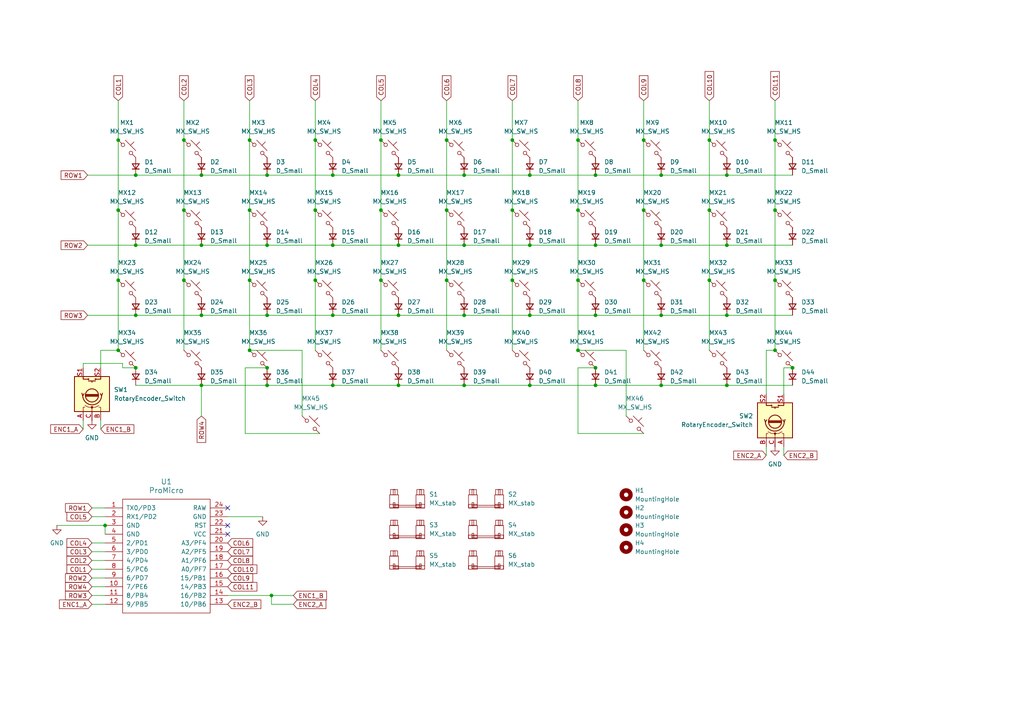
<source format=kicad_sch>
(kicad_sch (version 20231120) (generator "eeschema") (generator_version "8.0")
  (paper "A4")
  (junction (at 78.74 172.72))
  (junction (at 224.79 81.28))
  (junction (at 191.77 91.44))
  (junction (at 96.52 71.12))
  (junction (at 172.72 50.8))
  (junction (at 191.77 111.76))
  (junction (at 91.44 40.64))
  (junction (at 186.69 40.64))
  (junction (at 134.62 91.44))
  (junction (at 134.62 71.12))
  (junction (at 148.59 81.28))
  (junction (at 34.29 40.64))
  (junction (at 72.39 60.96))
  (junction (at 167.64 60.96))
  (junction (at 53.34 60.96))
  (junction (at 58.42 91.44))
  (junction (at 210.82 111.76))
  (junction (at 224.79 101.6))
  (junction (at 53.34 81.28))
  (junction (at 172.72 91.44))
  (junction (at 72.39 40.64))
  (junction (at 115.57 71.12))
  (junction (at 34.29 101.6))
  (junction (at 110.49 40.64))
  (junction (at 58.42 111.76))
  (junction (at 39.37 50.8))
  (junction (at 148.59 60.96))
  (junction (at 172.72 111.76))
  (junction (at 172.72 71.12))
  (junction (at 172.72 106.68))
  (junction (at 129.54 81.28))
  (junction (at 167.64 101.6))
  (junction (at 134.62 50.8))
  (junction (at 134.62 111.76))
  (junction (at 129.54 40.64))
  (junction (at 210.82 50.8))
  (junction (at 91.44 60.96))
  (junction (at 205.74 40.64))
  (junction (at 153.67 111.76))
  (junction (at 58.42 50.8))
  (junction (at 39.37 106.68))
  (junction (at 34.29 60.96))
  (junction (at 115.57 91.44))
  (junction (at 96.52 111.76))
  (junction (at 34.29 81.28))
  (junction (at 129.54 60.96))
  (junction (at 153.67 50.8))
  (junction (at 186.69 60.96))
  (junction (at 224.79 60.96))
  (junction (at 210.82 91.44))
  (junction (at 210.82 71.12))
  (junction (at 53.34 40.64))
  (junction (at 153.67 71.12))
  (junction (at 186.69 81.28))
  (junction (at 96.52 50.8))
  (junction (at 229.87 106.68))
  (junction (at 77.47 106.68))
  (junction (at 91.44 81.28))
  (junction (at 153.67 91.44))
  (junction (at 148.59 40.64))
  (junction (at 77.47 50.8))
  (junction (at 110.49 60.96))
  (junction (at 72.39 101.6))
  (junction (at 224.79 40.64))
  (junction (at 39.37 71.12))
  (junction (at 77.47 91.44))
  (junction (at 167.64 81.28))
  (junction (at 72.39 81.28))
  (junction (at 30.48 152.4))
  (junction (at 115.57 50.8))
  (junction (at 191.77 50.8))
  (junction (at 115.57 111.76))
  (junction (at 39.37 91.44))
  (junction (at 205.74 60.96))
  (junction (at 205.74 81.28))
  (junction (at 96.52 91.44))
  (junction (at 77.47 111.76))
  (junction (at 77.47 71.12))
  (junction (at 58.42 71.12))
  (junction (at 110.49 81.28))
  (junction (at 167.64 40.64))
  (junction (at 191.77 71.12))
  (no_connect (at 66.04 152.4))
  (no_connect (at 66.04 147.32))
  (no_connect (at 66.04 154.94))
  (wire (pts (xy 181.61 101.6) (xy 181.61 120.65)))
  (wire (pts (xy 186.69 125.73) (xy 167.64 125.73)))
  (wire (pts (xy 210.82 111.76) (xy 229.87 111.76)))
  (wire (pts (xy 25.4 71.12) (xy 39.37 71.12)))
  (wire (pts (xy 167.64 60.96) (xy 167.64 81.28)))
  (wire (pts (xy 34.29 40.64) (xy 34.29 60.96)))
  (wire (pts (xy 205.74 60.96) (xy 205.74 81.28)))
  (wire (pts (xy 224.79 60.96) (xy 224.79 81.28)))
  (wire (pts (xy 26.67 170.18) (xy 30.48 170.18)))
  (wire (pts (xy 115.57 71.12) (xy 134.62 71.12)))
  (wire (pts (xy 26.67 175.26) (xy 30.48 175.26)))
  (wire (pts (xy 186.69 60.96) (xy 186.69 81.28)))
  (wire (pts (xy 129.54 29.21) (xy 129.54 40.64)))
  (wire (pts (xy 129.54 81.28) (xy 129.54 101.6)))
  (wire (pts (xy 191.77 111.76) (xy 210.82 111.76)))
  (wire (pts (xy 222.25 114.3) (xy 222.25 101.6)))
  (wire (pts (xy 39.37 71.12) (xy 58.42 71.12)))
  (wire (pts (xy 53.34 60.96) (xy 53.34 81.28)))
  (wire (pts (xy 30.48 152.4) (xy 30.48 154.94)))
  (wire (pts (xy 26.67 157.48) (xy 30.48 157.48)))
  (wire (pts (xy 85.09 172.72) (xy 78.74 172.72)))
  (wire (pts (xy 92.71 125.73) (xy 71.12 125.73)))
  (wire (pts (xy 26.67 167.64) (xy 30.48 167.64)))
  (wire (pts (xy 186.69 81.28) (xy 186.69 101.6)))
  (wire (pts (xy 77.47 111.76) (xy 96.52 111.76)))
  (wire (pts (xy 58.42 91.44) (xy 77.47 91.44)))
  (wire (pts (xy 34.29 81.28) (xy 34.29 101.6)))
  (wire (pts (xy 39.37 50.8) (xy 58.42 50.8)))
  (wire (pts (xy 26.67 172.72) (xy 30.48 172.72)))
  (wire (pts (xy 91.44 40.64) (xy 91.44 60.96)))
  (wire (pts (xy 96.52 71.12) (xy 115.57 71.12)))
  (wire (pts (xy 58.42 50.8) (xy 77.47 50.8)))
  (wire (pts (xy 91.44 60.96) (xy 91.44 81.28)))
  (wire (pts (xy 153.67 111.76) (xy 172.72 111.76)))
  (wire (pts (xy 210.82 50.8) (xy 229.87 50.8)))
  (wire (pts (xy 77.47 91.44) (xy 96.52 91.44)))
  (wire (pts (xy 53.34 29.21) (xy 53.34 40.64)))
  (wire (pts (xy 181.61 101.6) (xy 167.64 101.6)))
  (wire (pts (xy 134.62 111.76) (xy 153.67 111.76)))
  (wire (pts (xy 78.74 172.72) (xy 66.04 172.72)))
  (wire (pts (xy 35.56 106.68) (xy 39.37 106.68)))
  (wire (pts (xy 224.79 81.28) (xy 224.79 101.6)))
  (wire (pts (xy 25.4 91.44) (xy 39.37 91.44)))
  (wire (pts (xy 134.62 71.12) (xy 153.67 71.12)))
  (wire (pts (xy 153.67 71.12) (xy 172.72 71.12)))
  (wire (pts (xy 85.09 175.26) (xy 78.74 175.26)))
  (wire (pts (xy 153.67 91.44) (xy 172.72 91.44)))
  (wire (pts (xy 148.59 81.28) (xy 148.59 101.6)))
  (wire (pts (xy 227.33 114.3) (xy 227.33 106.68)))
  (wire (pts (xy 96.52 91.44) (xy 115.57 91.44)))
  (wire (pts (xy 29.21 106.68) (xy 29.21 101.6)))
  (wire (pts (xy 148.59 60.96) (xy 148.59 81.28)))
  (wire (pts (xy 172.72 71.12) (xy 191.77 71.12)))
  (wire (pts (xy 110.49 40.64) (xy 110.49 60.96)))
  (wire (pts (xy 172.72 50.8) (xy 191.77 50.8)))
  (wire (pts (xy 115.57 50.8) (xy 134.62 50.8)))
  (wire (pts (xy 115.57 111.76) (xy 134.62 111.76)))
  (wire (pts (xy 224.79 40.64) (xy 224.79 60.96)))
  (wire (pts (xy 172.72 91.44) (xy 191.77 91.44)))
  (wire (pts (xy 24.13 105.41) (xy 35.56 105.41)))
  (wire (pts (xy 71.12 106.68) (xy 77.47 106.68)))
  (wire (pts (xy 210.82 71.12) (xy 229.87 71.12)))
  (wire (pts (xy 96.52 111.76) (xy 115.57 111.76)))
  (wire (pts (xy 191.77 91.44) (xy 210.82 91.44)))
  (wire (pts (xy 29.21 101.6) (xy 34.29 101.6)))
  (wire (pts (xy 167.64 125.73) (xy 167.64 106.68)))
  (wire (pts (xy 205.74 40.64) (xy 205.74 60.96)))
  (wire (pts (xy 167.64 81.28) (xy 167.64 101.6)))
  (wire (pts (xy 167.64 106.68) (xy 172.72 106.68)))
  (wire (pts (xy 110.49 60.96) (xy 110.49 81.28)))
  (wire (pts (xy 110.49 29.21) (xy 110.49 40.64)))
  (wire (pts (xy 167.64 40.64) (xy 167.64 60.96)))
  (wire (pts (xy 58.42 111.76) (xy 77.47 111.76)))
  (wire (pts (xy 191.77 50.8) (xy 210.82 50.8)))
  (wire (pts (xy 24.13 124.46) (xy 24.13 121.92)))
  (wire (pts (xy 58.42 71.12) (xy 77.47 71.12)))
  (wire (pts (xy 222.25 101.6) (xy 224.79 101.6)))
  (wire (pts (xy 134.62 50.8) (xy 153.67 50.8)))
  (wire (pts (xy 222.25 132.08) (xy 222.25 129.54)))
  (wire (pts (xy 224.79 29.21) (xy 224.79 40.64)))
  (wire (pts (xy 186.69 40.64) (xy 186.69 60.96)))
  (wire (pts (xy 129.54 60.96) (xy 129.54 81.28)))
  (wire (pts (xy 186.69 29.21) (xy 186.69 40.64)))
  (wire (pts (xy 58.42 111.76) (xy 58.42 120.65)))
  (wire (pts (xy 25.4 50.8) (xy 39.37 50.8)))
  (wire (pts (xy 227.33 132.08) (xy 227.33 129.54)))
  (wire (pts (xy 115.57 91.44) (xy 134.62 91.44)))
  (wire (pts (xy 110.49 81.28) (xy 110.49 101.6)))
  (wire (pts (xy 29.21 124.46) (xy 29.21 121.92)))
  (wire (pts (xy 78.74 175.26) (xy 78.74 172.72)))
  (wire (pts (xy 205.74 29.21) (xy 205.74 40.64)))
  (wire (pts (xy 72.39 40.64) (xy 72.39 60.96)))
  (wire (pts (xy 205.74 81.28) (xy 205.74 101.6)))
  (wire (pts (xy 148.59 40.64) (xy 148.59 60.96)))
  (wire (pts (xy 26.67 160.02) (xy 30.48 160.02)))
  (wire (pts (xy 72.39 29.21) (xy 72.39 40.64)))
  (wire (pts (xy 39.37 111.76) (xy 58.42 111.76)))
  (wire (pts (xy 167.64 29.21) (xy 167.64 40.64)))
  (wire (pts (xy 96.52 50.8) (xy 115.57 50.8)))
  (wire (pts (xy 87.63 101.6) (xy 72.39 101.6)))
  (wire (pts (xy 91.44 81.28) (xy 91.44 101.6)))
  (wire (pts (xy 24.13 106.68) (xy 24.13 105.41)))
  (wire (pts (xy 35.56 105.41) (xy 35.56 106.68)))
  (wire (pts (xy 77.47 50.8) (xy 96.52 50.8)))
  (wire (pts (xy 172.72 111.76) (xy 191.77 111.76)))
  (wire (pts (xy 26.67 162.56) (xy 30.48 162.56)))
  (wire (pts (xy 34.29 60.96) (xy 34.29 81.28)))
  (wire (pts (xy 210.82 91.44) (xy 229.87 91.44)))
  (wire (pts (xy 72.39 60.96) (xy 72.39 81.28)))
  (wire (pts (xy 26.67 147.32) (xy 30.48 147.32)))
  (wire (pts (xy 71.12 125.73) (xy 71.12 106.68)))
  (wire (pts (xy 34.29 29.21) (xy 34.29 40.64)))
  (wire (pts (xy 129.54 40.64) (xy 129.54 60.96)))
  (wire (pts (xy 134.62 91.44) (xy 153.67 91.44)))
  (wire (pts (xy 26.67 149.86) (xy 30.48 149.86)))
  (wire (pts (xy 16.51 152.4) (xy 30.48 152.4)))
  (wire (pts (xy 76.2 149.86) (xy 66.04 149.86)))
  (wire (pts (xy 191.77 71.12) (xy 210.82 71.12)))
  (wire (pts (xy 148.59 29.21) (xy 148.59 40.64)))
  (wire (pts (xy 91.44 29.21) (xy 91.44 40.64)))
  (wire (pts (xy 53.34 40.64) (xy 53.34 60.96)))
  (wire (pts (xy 72.39 81.28) (xy 72.39 101.6)))
  (wire (pts (xy 26.67 165.1) (xy 30.48 165.1)))
  (wire (pts (xy 227.33 106.68) (xy 229.87 106.68)))
  (wire (pts (xy 87.63 120.65) (xy 87.63 101.6)))
  (wire (pts (xy 53.34 81.28) (xy 53.34 101.6)))
  (wire (pts (xy 77.47 71.12) (xy 96.52 71.12)))
  (wire (pts (xy 153.67 50.8) (xy 172.72 50.8)))
  (wire (pts (xy 39.37 91.44) (xy 58.42 91.44)))
  (global_label "COL6" (shape input) (at 66.04 157.48 0) (property "Intersheetrefs" "${INTERSHEET_REFS}" (effects (hide yes))))
  (global_label "COL10" (shape input) (at 205.74 29.21 90) (property "Intersheetrefs" "${INTERSHEET_REFS}" (effects (hide yes))))
  (global_label "ROW3" (shape input) (at 26.67 172.72 180) (property "Intersheetrefs" "${INTERSHEET_REFS}" (effects (hide yes))))
  (global_label "ROW2" (shape input) (at 26.67 167.64 180) (property "Intersheetrefs" "${INTERSHEET_REFS}" (effects (hide yes))))
  (global_label "ROW1" (shape input) (at 25.4 50.8 180) (property "Intersheetrefs" "${INTERSHEET_REFS}" (effects (hide yes))))
  (global_label "ENC1_A" (shape input) (at 24.13 124.46 180) (property "Intersheetrefs" "${INTERSHEET_REFS}" (effects (hide yes))))
  (global_label "COL9" (shape input) (at 66.04 167.64 0) (property "Intersheetrefs" "${INTERSHEET_REFS}" (effects (hide yes))))
  (global_label "COL11" (shape input) (at 66.04 170.18 0) (property "Intersheetrefs" "${INTERSHEET_REFS}" (effects (hide yes))))
  (global_label "COL7" (shape input) (at 66.04 160.02 0) (property "Intersheetrefs" "${INTERSHEET_REFS}" (effects (hide yes))))
  (global_label "COL11" (shape input) (at 224.79 29.21 90) (property "Intersheetrefs" "${INTERSHEET_REFS}" (effects (hide yes))))
  (global_label "COL9" (shape input) (at 186.69 29.21 90) (property "Intersheetrefs" "${INTERSHEET_REFS}" (effects (hide yes))))
  (global_label "ROW1" (shape input) (at 26.67 147.32 180) (property "Intersheetrefs" "${INTERSHEET_REFS}" (effects (hide yes))))
  (global_label "COL6" (shape input) (at 129.54 29.21 90) (property "Intersheetrefs" "${INTERSHEET_REFS}" (effects (hide yes))))
  (global_label "COL4" (shape input) (at 91.44 29.21 90) (property "Intersheetrefs" "${INTERSHEET_REFS}" (effects (hide yes))))
  (global_label "COL1" (shape input) (at 34.29 29.21 90) (property "Intersheetrefs" "${INTERSHEET_REFS}" (effects (hide yes))))
  (global_label "ROW3" (shape input) (at 25.4 91.44 180) (property "Intersheetrefs" "${INTERSHEET_REFS}" (effects (hide yes))))
  (global_label "ENC2_B" (shape input) (at 66.04 175.26 0) (property "Intersheetrefs" "${INTERSHEET_REFS}" (effects (hide yes))))
  (global_label "COL5" (shape input) (at 26.67 149.86 180) (property "Intersheetrefs" "${INTERSHEET_REFS}" (effects (hide yes))))
  (global_label "COL3" (shape input) (at 26.67 160.02 180) (property "Intersheetrefs" "${INTERSHEET_REFS}" (effects (hide yes))))
  (global_label "ENC2_A" (shape input) (at 222.25 132.08 180) (property "Intersheetrefs" "${INTERSHEET_REFS}" (effects (hide yes))))
  (global_label "COL2" (shape input) (at 53.34 29.21 90) (property "Intersheetrefs" "${INTERSHEET_REFS}" (effects (hide yes))))
  (global_label "COL7" (shape input) (at 148.59 29.21 90) (property "Intersheetrefs" "${INTERSHEET_REFS}" (effects (hide yes))))
  (global_label "COL8" (shape input) (at 167.64 29.21 90) (property "Intersheetrefs" "${INTERSHEET_REFS}" (effects (hide yes))))
  (global_label "ROW2" (shape input) (at 25.4 71.12 180) (property "Intersheetrefs" "${INTERSHEET_REFS}" (effects (hide yes))))
  (global_label "COL1" (shape input) (at 26.67 165.1 180) (property "Intersheetrefs" "${INTERSHEET_REFS}" (effects (hide yes))))
  (global_label "ENC2_A" (shape input) (at 85.09 175.26 0) (property "Intersheetrefs" "${INTERSHEET_REFS}" (effects (hide yes))))
  (global_label "ROW4" (shape input) (at 58.42 120.65 270) (property "Intersheetrefs" "${INTERSHEET_REFS}" (effects (hide yes))))
  (global_label "ENC1_B" (shape input) (at 29.21 124.46 0) (property "Intersheetrefs" "${INTERSHEET_REFS}" (effects (hide yes))))
  (global_label "COL4" (shape input) (at 26.67 157.48 180) (property "Intersheetrefs" "${INTERSHEET_REFS}" (effects (hide yes))))
  (global_label "ENC1_A" (shape input) (at 26.67 175.26 180) (property "Intersheetrefs" "${INTERSHEET_REFS}" (effects (hide yes))))
  (global_label "COL3" (shape input) (at 72.39 29.21 90) (property "Intersheetrefs" "${INTERSHEET_REFS}" (effects (hide yes))))
  (global_label "COL8" (shape input) (at 66.04 162.56 0) (property "Intersheetrefs" "${INTERSHEET_REFS}" (effects (hide yes))))
  (global_label "COL10" (shape input) (at 66.04 165.1 0) (property "Intersheetrefs" "${INTERSHEET_REFS}" (effects (hide yes))))
  (global_label "ENC1_B" (shape input) (at 85.09 172.72 0) (property "Intersheetrefs" "${INTERSHEET_REFS}" (effects (hide yes))))
  (global_label "COL5" (shape input) (at 110.49 29.21 90) (property "Intersheetrefs" "${INTERSHEET_REFS}" (effects (hide yes))))
  (global_label "ENC2_B" (shape input) (at 227.33 132.08 0) (property "Intersheetrefs" "${INTERSHEET_REFS}" (effects (hide yes))))
  (global_label "ROW4" (shape input) (at 26.67 170.18 180) (property "Intersheetrefs" "${INTERSHEET_REFS}" (effects (hide yes))))
  (global_label "COL2" (shape input) (at 26.67 162.56 180) (property "Intersheetrefs" "${INTERSHEET_REFS}" (effects (hide yes))))
  (symbol (lib_id "Mechanical:MountingHole") (at 181.61 148.59 0) (unit 1) (exclude_from_sim yes) (in_bom no)
    (property "Reference" "H2" (at 184.15 147.3199 0) (effects (justify left)))
    (property "Value" "MountingHole" (at 184.15 149.8599 0) (effects (justify left)))
    (property "Footprint" "MountingHole:MountingHole_2.2mm_M2_Pad" (effects (hide yes)))
    (property "Description" "Mounting Hole without connection" (effects (hide yes)))
  )
  (symbol (lib_id "Device:D_Small") (at 153.67 109.22 90) (unit 1)
    (property "Reference" "D40" (at 156.21 107.9499 90) (effects (justify right)))
    (property "Value" "D_Small" (at 156.21 110.4899 90) (effects (justify right)))
    (property "Footprint" "Diode_SMD:D_SOD-123" (effects (hide yes)))
    (property "Description" "Diode, small symbol" (effects (hide yes)))
    (property "Sim.Device" "D" (effects (hide yes)))
    (property "Sim.Pins" "1=K 2=A" (effects (hide yes)))
  )
  (symbol (lib_id "Device:D_Small") (at 172.72 109.22 90) (unit 1)
    (property "Reference" "D41" (at 175.26 107.9499 90) (effects (justify right)))
    (property "Value" "D_Small" (at 175.26 110.4899 90) (effects (justify right)))
    (property "Footprint" "Diode_SMD:D_SOD-123" (effects (hide yes)))
    (property "Description" "Diode, small symbol" (effects (hide yes)))
    (property "Sim.Device" "D" (effects (hide yes)))
    (property "Sim.Pins" "1=K 2=A" (effects (hide yes)))
  )
  (symbol (lib_id "power:GND") (at 26.67 121.92 0) (unit 1)
    (property "Reference" "#PWR01" (effects (hide yes)))
    (property "Value" "GND" (at 26.67 127 0))
    (property "Description" "Power symbol creates a global label with name \"GND\" , ground" (effects (hide yes)))
  )
  (symbol (lib_id "Device:D_Small") (at 134.62 48.26 90) (unit 1)
    (property "Reference" "D6" (at 137.16 46.9899 90) (effects (justify right)))
    (property "Value" "D_Small" (at 137.16 49.5299 90) (effects (justify right)))
    (property "Footprint" "Diode_SMD:D_SOD-123" (effects (hide yes)))
    (property "Description" "Diode, small symbol" (effects (hide yes)))
    (property "Sim.Device" "D" (effects (hide yes)))
    (property "Sim.Pins" "1=K 2=A" (effects (hide yes)))
  )
  (symbol (lib_id "Device:D_Small") (at 96.52 68.58 90) (unit 1)
    (property "Reference" "D15" (at 99.06 67.3099 90) (effects (justify right)))
    (property "Value" "D_Small" (at 99.06 69.8499 90) (effects (justify right)))
    (property "Footprint" "Diode_SMD:D_SOD-123" (effects (hide yes)))
    (property "Description" "Diode, small symbol" (effects (hide yes)))
    (property "Sim.Device" "D" (effects (hide yes)))
    (property "Sim.Pins" "1=K 2=A" (effects (hide yes)))
  )
  (symbol (lib_id "marbastlib-mx:MX_SW_HS_CPG151101S11") (at 93.98 63.5 0) (unit 1)
    (property "Reference" "MX15" (at 93.98 55.88 0))
    (property "Value" "MX_SW_HS" (at 93.98 58.42 0))
    (property "Footprint" "marbastlib-mx:SW_MX_HS_CPG151101S11_1u" (effects (hide yes)))
    (property "Description" "Push button switch, normally open, two pins, 45° tilted, Kailh CPG151101S11 for Cherry MX style switches" (effects (hide yes)))
  )
  (symbol (lib_id "marbastlib-mx:MX_SW_HS_CPG151101S11") (at 36.83 43.18 0) (unit 1)
    (property "Reference" "MX1" (at 36.83 35.56 0))
    (property "Value" "MX_SW_HS" (at 36.83 38.1 0))
    (property "Footprint" "marbastlib-mx:SW_MX_HS_CPG151101S11_1u" (effects (hide yes)))
    (property "Description" "Push button switch, normally open, two pins, 45° tilted, Kailh CPG151101S11 for Cherry MX style switches" (effects (hide yes)))
  )
  (symbol (lib_id "marbastlib-mx:MX_SW_HS_CPG151101S11") (at 208.28 104.14 0) (unit 1)
    (property "Reference" "MX43" (at 208.28 96.52 0))
    (property "Value" "MX_SW_HS" (at 208.28 99.06 0))
    (property "Footprint" "marbastlib-mx:SW_MX_HS_CPG151101S11_1u" (effects (hide yes)))
    (property "Description" "Push button switch, normally open, two pins, 45° tilted, Kailh CPG151101S11 for Cherry MX style switches" (effects (hide yes)))
  )
  (symbol (lib_id "marbastlib-mx:MX_SW_HS_CPG151101S11") (at 170.18 43.18 0) (unit 1)
    (property "Reference" "MX8" (at 170.18 35.56 0))
    (property "Value" "MX_SW_HS" (at 170.18 38.1 0))
    (property "Footprint" "marbastlib-mx:SW_MX_HS_CPG151101S11_1u" (effects (hide yes)))
    (property "Description" "Push button switch, normally open, two pins, 45° tilted, Kailh CPG151101S11 for Cherry MX style switches" (effects (hide yes)))
  )
  (symbol (lib_id "marbastlib-mx:MX_SW_HS_CPG151101S11") (at 170.18 63.5 0) (unit 1)
    (property "Reference" "MX19" (at 170.18 55.88 0))
    (property "Value" "MX_SW_HS" (at 170.18 58.42 0))
    (property "Footprint" "marbastlib-mx:SW_MX_HS_CPG151101S11_1u" (effects (hide yes)))
    (property "Description" "Push button switch, normally open, two pins, 45° tilted, Kailh CPG151101S11 for Cherry MX style switches" (effects (hide yes)))
  )
  (symbol (lib_id "Device:D_Small") (at 172.72 48.26 90) (unit 1)
    (property "Reference" "D8" (at 175.26 46.9899 90) (effects (justify right)))
    (property "Value" "D_Small" (at 175.26 49.5299 90) (effects (justify right)))
    (property "Footprint" "Diode_SMD:D_SOD-123" (effects (hide yes)))
    (property "Description" "Diode, small symbol" (effects (hide yes)))
    (property "Sim.Device" "D" (effects (hide yes)))
    (property "Sim.Pins" "1=K 2=A" (effects (hide yes)))
  )
  (symbol (lib_id "Device:D_Small") (at 58.42 88.9 90) (unit 1)
    (property "Reference" "D24" (at 60.96 87.6299 90) (effects (justify right)))
    (property "Value" "D_Small" (at 60.96 90.1699 90) (effects (justify right)))
    (property "Footprint" "Diode_SMD:D_SOD-123" (effects (hide yes)))
    (property "Description" "Diode, small symbol" (effects (hide yes)))
    (property "Sim.Device" "D" (effects (hide yes)))
    (property "Sim.Pins" "1=K 2=A" (effects (hide yes)))
  )
  (symbol (lib_id "Device:D_Small") (at 77.47 68.58 90) (unit 1)
    (property "Reference" "D14" (at 80.01 67.3099 90) (effects (justify right)))
    (property "Value" "D_Small" (at 80.01 69.8499 90) (effects (justify right)))
    (property "Footprint" "Diode_SMD:D_SOD-123" (effects (hide yes)))
    (property "Description" "Diode, small symbol" (effects (hide yes)))
    (property "Sim.Device" "D" (effects (hide yes)))
    (property "Sim.Pins" "1=K 2=A" (effects (hide yes)))
  )
  (symbol (lib_id "Device:D_Small") (at 172.72 88.9 90) (unit 1)
    (property "Reference" "D30" (at 175.26 87.6299 90) (effects (justify right)))
    (property "Value" "D_Small" (at 175.26 90.1699 90) (effects (justify right)))
    (property "Footprint" "Diode_SMD:D_SOD-123" (effects (hide yes)))
    (property "Description" "Diode, small symbol" (effects (hide yes)))
    (property "Sim.Device" "D" (effects (hide yes)))
    (property "Sim.Pins" "1=K 2=A" (effects (hide yes)))
  )
  (symbol (lib_id "marbastlib-mx:MX_SW_HS_CPG151101S11") (at 55.88 104.14 0) (unit 1)
    (property "Reference" "MX35" (at 55.88 96.52 0))
    (property "Value" "MX_SW_HS" (at 55.88 99.06 0))
    (property "Footprint" "marbastlib-mx:SW_MX_HS_CPG151101S11_1u" (effects (hide yes)))
    (property "Description" "Push button switch, normally open, two pins, 45° tilted, Kailh CPG151101S11 for Cherry MX style switches" (effects (hide yes)))
  )
  (symbol (lib_id "marbastlib-mx:MX_SW_HS_CPG151101S11") (at 90.17 123.19 0) (unit 1)
    (property "Reference" "MX45" (at 90.17 115.57 0))
    (property "Value" "MX_SW_HS" (at 90.17 118.11 0))
    (property "Footprint" "marbastlib-mx:SW_MX_HS_CPG151101S11_1u" (effects (hide yes)))
    (property "Description" "Push button switch, normally open, two pins, 45° tilted, Kailh CPG151101S11 for Cherry MX style switches" (effects (hide yes)))
  )
  (symbol (lib_id "Device:D_Small") (at 229.87 48.26 90) (unit 1)
    (property "Reference" "D11" (at 232.41 46.9899 90) (effects (justify right)))
    (property "Value" "D_Small" (at 232.41 49.5299 90) (effects (justify right)))
    (property "Footprint" "Diode_SMD:D_SOD-123" (effects (hide yes)))
    (property "Description" "Diode, small symbol" (effects (hide yes)))
    (property "Sim.Device" "D" (effects (hide yes)))
    (property "Sim.Pins" "1=K 2=A" (effects (hide yes)))
  )
  (symbol (lib_id "marbastlib-mx:MX_SW_HS_CPG151101S11") (at 36.83 63.5 0) (unit 1)
    (property "Reference" "MX12" (at 36.83 55.88 0))
    (property "Value" "MX_SW_HS" (at 36.83 58.42 0))
    (property "Footprint" "marbastlib-mx:SW_MX_HS_CPG151101S11_1u" (effects (hide yes)))
    (property "Description" "Push button switch, normally open, two pins, 45° tilted, Kailh CPG151101S11 for Cherry MX style switches" (effects (hide yes)))
  )
  (symbol (lib_id "Device:D_Small") (at 96.52 48.26 90) (unit 1)
    (property "Reference" "D4" (at 99.06 46.9899 90) (effects (justify right)))
    (property "Value" "D_Small" (at 99.06 49.5299 90) (effects (justify right)))
    (property "Footprint" "Diode_SMD:D_SOD-123" (effects (hide yes)))
    (property "Description" "Diode, small symbol" (effects (hide yes)))
    (property "Sim.Device" "D" (effects (hide yes)))
    (property "Sim.Pins" "1=K 2=A" (effects (hide yes)))
  )
  (symbol (lib_id "marbastlib-mx:MX_stab") (at 118.11 144.78 0) (unit 1)
    (property "Reference" "S1" (at 124.46 143.3829 0) (effects (justify left)))
    (property "Value" "MX_stab" (at 124.46 145.9229 0) (effects (justify left)))
    (property "Footprint" "marbastlib-mx:STAB_MX_P_6.25u" (effects (hide yes)))
    (property "Description" "Cherry MX-style stabilizer" (effects (hide yes)))
  )
  (symbol (lib_id "marbastlib-mx:MX_SW_HS_CPG151101S11") (at 151.13 83.82 0) (unit 1)
    (property "Reference" "MX29" (at 151.13 76.2 0))
    (property "Value" "MX_SW_HS" (at 151.13 78.74 0))
    (property "Footprint" "marbastlib-mx:SW_MX_HS_CPG151101S11_1u" (effects (hide yes)))
    (property "Description" "Push button switch, normally open, two pins, 45° tilted, Kailh CPG151101S11 for Cherry MX style switches" (effects (hide yes)))
  )
  (symbol (lib_id "marbastlib-mx:MX_SW_HS_CPG151101S11") (at 113.03 104.14 0) (unit 1)
    (property "Reference" "MX38" (at 113.03 96.52 0))
    (property "Value" "MX_SW_HS" (at 113.03 99.06 0))
    (property "Footprint" "marbastlib-mx:SW_MX_HS_CPG151101S11_1u" (effects (hide yes)))
    (property "Description" "Push button switch, normally open, two pins, 45° tilted, Kailh CPG151101S11 for Cherry MX style switches" (effects (hide yes)))
  )
  (symbol (lib_id "marbastlib-mx:MX_SW_HS_CPG151101S11") (at 151.13 63.5 0) (unit 1)
    (property "Reference" "MX18" (at 151.13 55.88 0))
    (property "Value" "MX_SW_HS" (at 151.13 58.42 0))
    (property "Footprint" "marbastlib-mx:SW_MX_HS_CPG151101S11_1u" (effects (hide yes)))
    (property "Description" "Push button switch, normally open, two pins, 45° tilted, Kailh CPG151101S11 for Cherry MX style switches" (effects (hide yes)))
  )
  (symbol (lib_id "marbastlib-mx:MX_stab") (at 140.97 153.67 0) (unit 1)
    (property "Reference" "S4" (at 147.32 152.2729 0) (effects (justify left)))
    (property "Value" "MX_stab" (at 147.32 154.8129 0) (effects (justify left)))
    (property "Footprint" "marbastlib-mx:STAB_MX_P_6.25u" (effects (hide yes)))
    (property "Description" "Cherry MX-style stabilizer" (effects (hide yes)))
  )
  (symbol (lib_id "keebio:ProMicro") (at 48.26 161.29 0) (unit 1)
    (property "Reference" "U1" (at 48.26 139.7 0) (effects (font (size 1.524 1.524))))
    (property "Value" "ProMicro" (at 48.26 142.24 0) (effects (font (size 1.524 1.524))))
    (property "Footprint" "Keebio-Parts:ArduinoProMicro" (effects (hide yes)))
  )
  (symbol (lib_id "Device:D_Small") (at 210.82 68.58 90) (unit 1)
    (property "Reference" "D21" (at 213.36 67.3099 90) (effects (justify right)))
    (property "Value" "D_Small" (at 213.36 69.8499 90) (effects (justify right)))
    (property "Footprint" "Diode_SMD:D_SOD-123" (effects (hide yes)))
    (property "Description" "Diode, small symbol" (effects (hide yes)))
    (property "Sim.Device" "D" (effects (hide yes)))
    (property "Sim.Pins" "1=K 2=A" (effects (hide yes)))
  )
  (symbol (lib_id "Device:D_Small") (at 77.47 109.22 90) (unit 1)
    (property "Reference" "D36" (at 80.01 107.9499 90) (effects (justify right)))
    (property "Value" "D_Small" (at 80.01 110.4899 90) (effects (justify right)))
    (property "Footprint" "Diode_SMD:D_SOD-123" (effects (hide yes)))
    (property "Description" "Diode, small symbol" (effects (hide yes)))
    (property "Sim.Device" "D" (effects (hide yes)))
    (property "Sim.Pins" "1=K 2=A" (effects (hide yes)))
  )
  (symbol (lib_id "marbastlib-mx:MX_SW_HS_CPG151101S11") (at 36.83 104.14 0) (unit 1)
    (property "Reference" "MX34" (at 36.83 96.52 0))
    (property "Value" "MX_SW_HS" (at 36.83 99.06 0))
    (property "Footprint" "marbastlib-mx:SW_MX_HS_CPG151101S11_1u" (effects (hide yes)))
    (property "Description" "Push button switch, normally open, two pins, 45° tilted, Kailh CPG151101S11 for Cherry MX style switches" (effects (hide yes)))
  )
  (symbol (lib_id "marbastlib-mx:MX_SW_HS_CPG151101S11") (at 189.23 104.14 0) (unit 1)
    (property "Reference" "MX42" (at 189.23 96.52 0))
    (property "Value" "MX_SW_HS" (at 189.23 99.06 0))
    (property "Footprint" "marbastlib-mx:SW_MX_HS_CPG151101S11_1u" (effects (hide yes)))
    (property "Description" "Push button switch, normally open, two pins, 45° tilted, Kailh CPG151101S11 for Cherry MX style switches" (effects (hide yes)))
  )
  (symbol (lib_id "marbastlib-mx:MX_SW_HS_CPG151101S11") (at 227.33 83.82 0) (unit 1)
    (property "Reference" "MX33" (at 227.33 76.2 0))
    (property "Value" "MX_SW_HS" (at 227.33 78.74 0))
    (property "Footprint" "marbastlib-mx:SW_MX_HS_CPG151101S11_1u" (effects (hide yes)))
    (property "Description" "Push button switch, normally open, two pins, 45° tilted, Kailh CPG151101S11 for Cherry MX style switches" (effects (hide yes)))
  )
  (symbol (lib_id "Device:D_Small") (at 96.52 109.22 90) (unit 1)
    (property "Reference" "D37" (at 99.06 107.9499 90) (effects (justify right)))
    (property "Value" "D_Small" (at 99.06 110.4899 90) (effects (justify right)))
    (property "Footprint" "Diode_SMD:D_SOD-123" (effects (hide yes)))
    (property "Description" "Diode, small symbol" (effects (hide yes)))
    (property "Sim.Device" "D" (effects (hide yes)))
    (property "Sim.Pins" "1=K 2=A" (effects (hide yes)))
  )
  (symbol (lib_id "marbastlib-mx:MX_SW_HS_CPG151101S11") (at 227.33 63.5 0) (unit 1)
    (property "Reference" "MX22" (at 227.33 55.88 0))
    (property "Value" "MX_SW_HS" (at 227.33 58.42 0))
    (property "Footprint" "marbastlib-mx:SW_MX_HS_CPG151101S11_1u" (effects (hide yes)))
    (property "Description" "Push button switch, normally open, two pins, 45° tilted, Kailh CPG151101S11 for Cherry MX style switches" (effects (hide yes)))
  )
  (symbol (lib_id "Device:D_Small") (at 39.37 68.58 90) (unit 1)
    (property "Reference" "D12" (at 41.91 67.3099 90) (effects (justify right)))
    (property "Value" "D_Small" (at 41.91 69.8499 90) (effects (justify right)))
    (property "Footprint" "Diode_SMD:D_SOD-123" (effects (hide yes)))
    (property "Description" "Diode, small symbol" (effects (hide yes)))
    (property "Sim.Device" "D" (effects (hide yes)))
    (property "Sim.Pins" "1=K 2=A" (effects (hide yes)))
  )
  (symbol (lib_id "marbastlib-mx:MX_SW_HS_CPG151101S11") (at 55.88 83.82 0) (unit 1)
    (property "Reference" "MX24" (at 55.88 76.2 0))
    (property "Value" "MX_SW_HS" (at 55.88 78.74 0))
    (property "Footprint" "marbastlib-mx:SW_MX_HS_CPG151101S11_1u" (effects (hide yes)))
    (property "Description" "Push button switch, normally open, two pins, 45° tilted, Kailh CPG151101S11 for Cherry MX style switches" (effects (hide yes)))
  )
  (symbol (lib_id "Device:D_Small") (at 96.52 88.9 90) (unit 1)
    (property "Reference" "D26" (at 99.06 87.6299 90) (effects (justify right)))
    (property "Value" "D_Small" (at 99.06 90.1699 90) (effects (justify right)))
    (property "Footprint" "Diode_SMD:D_SOD-123" (effects (hide yes)))
    (property "Description" "Diode, small symbol" (effects (hide yes)))
    (property "Sim.Device" "D" (effects (hide yes)))
    (property "Sim.Pins" "1=K 2=A" (effects (hide yes)))
  )
  (symbol (lib_id "marbastlib-mx:MX_SW_HS_CPG151101S11") (at 74.93 83.82 0) (unit 1)
    (property "Reference" "MX25" (at 74.93 76.2 0))
    (property "Value" "MX_SW_HS" (at 74.93 78.74 0))
    (property "Footprint" "marbastlib-mx:SW_MX_HS_CPG151101S11_1u" (effects (hide yes)))
    (property "Description" "Push button switch, normally open, two pins, 45° tilted, Kailh CPG151101S11 for Cherry MX style switches" (effects (hide yes)))
  )
  (symbol (lib_id "Device:D_Small") (at 58.42 68.58 90) (unit 1)
    (property "Reference" "D13" (at 60.96 67.3099 90) (effects (justify right)))
    (property "Value" "D_Small" (at 60.96 69.8499 90) (effects (justify right)))
    (property "Footprint" "Diode_SMD:D_SOD-123" (effects (hide yes)))
    (property "Description" "Diode, small symbol" (effects (hide yes)))
    (property "Sim.Device" "D" (effects (hide yes)))
    (property "Sim.Pins" "1=K 2=A" (effects (hide yes)))
  )
  (symbol (lib_id "marbastlib-mx:MX_stab") (at 140.97 162.56 0) (unit 1)
    (property "Reference" "S6" (at 147.32 161.1629 0) (effects (justify left)))
    (property "Value" "MX_stab" (at 147.32 163.7029 0) (effects (justify left)))
    (property "Footprint" "marbastlib-mx:STAB_MX_P_2u" (effects (hide yes)))
    (property "Description" "Cherry MX-style stabilizer" (effects (hide yes)))
  )
  (symbol (lib_id "marbastlib-mx:MX_SW_HS_CPG151101S11") (at 208.28 83.82 0) (unit 1)
    (property "Reference" "MX32" (at 208.28 76.2 0))
    (property "Value" "MX_SW_HS" (at 208.28 78.74 0))
    (property "Footprint" "marbastlib-mx:SW_MX_HS_CPG151101S11_1u" (effects (hide yes)))
    (property "Description" "Push button switch, normally open, two pins, 45° tilted, Kailh CPG151101S11 for Cherry MX style switches" (effects (hide yes)))
  )
  (symbol (lib_id "marbastlib-mx:MX_SW_HS_CPG151101S11") (at 36.83 83.82 0) (unit 1)
    (property "Reference" "MX23" (at 36.83 76.2 0))
    (property "Value" "MX_SW_HS" (at 36.83 78.74 0))
    (property "Footprint" "marbastlib-mx:SW_MX_HS_CPG151101S11_1u" (effects (hide yes)))
    (property "Description" "Push button switch, normally open, two pins, 45° tilted, Kailh CPG151101S11 for Cherry MX style switches" (effects (hide yes)))
  )
  (symbol (lib_id "Device:D_Small") (at 191.77 68.58 90) (unit 1)
    (property "Reference" "D20" (at 194.31 67.3099 90) (effects (justify right)))
    (property "Value" "D_Small" (at 194.31 69.8499 90) (effects (justify right)))
    (property "Footprint" "Diode_SMD:D_SOD-123" (effects (hide yes)))
    (property "Description" "Diode, small symbol" (effects (hide yes)))
    (property "Sim.Device" "D" (effects (hide yes)))
    (property "Sim.Pins" "1=K 2=A" (effects (hide yes)))
  )
  (symbol (lib_id "marbastlib-mx:MX_stab") (at 118.11 162.56 0) (unit 1)
    (property "Reference" "S5" (at 124.46 161.1629 0) (effects (justify left)))
    (property "Value" "MX_stab" (at 124.46 163.7029 0) (effects (justify left)))
    (property "Footprint" "marbastlib-mx:STAB_MX_P_2u" (effects (hide yes)))
    (property "Description" "Cherry MX-style stabilizer" (effects (hide yes)))
  )
  (symbol (lib_id "Device:D_Small") (at 58.42 109.22 90) (unit 1)
    (property "Reference" "D35" (at 60.96 107.9499 90) (effects (justify right)))
    (property "Value" "D_Small" (at 60.96 110.4899 90) (effects (justify right)))
    (property "Footprint" "Diode_SMD:D_SOD-123" (effects (hide yes)))
    (property "Description" "Diode, small symbol" (effects (hide yes)))
    (property "Sim.Device" "D" (effects (hide yes)))
    (property "Sim.Pins" "1=K 2=A" (effects (hide yes)))
  )
  (symbol (lib_id "Mechanical:MountingHole") (at 181.61 153.67 0) (unit 1) (exclude_from_sim yes) (in_bom no)
    (property "Reference" "H3" (at 184.15 152.3999 0) (effects (justify left)))
    (property "Value" "MountingHole" (at 184.15 154.9399 0) (effects (justify left)))
    (property "Footprint" "MountingHole:MountingHole_2.2mm_M2_Pad" (effects (hide yes)))
    (property "Description" "Mounting Hole without connection" (effects (hide yes)))
  )
  (symbol (lib_id "marbastlib-mx:MX_SW_HS_CPG151101S11") (at 93.98 83.82 0) (unit 1)
    (property "Reference" "MX26" (at 93.98 76.2 0))
    (property "Value" "MX_SW_HS" (at 93.98 78.74 0))
    (property "Footprint" "marbastlib-mx:SW_MX_HS_CPG151101S11_1u" (effects (hide yes)))
    (property "Description" "Push button switch, normally open, two pins, 45° tilted, Kailh CPG151101S11 for Cherry MX style switches" (effects (hide yes)))
  )
  (symbol (lib_id "marbastlib-mx:MX_SW_HS_CPG151101S11") (at 74.93 104.14 0) (unit 1)
    (property "Reference" "MX36" (at 74.93 96.52 0))
    (property "Value" "MX_SW_HS" (at 74.93 99.06 0))
    (property "Footprint" "marbastlib-mx:SW_MX_HS_CPG151101S11_1u" (effects (hide yes)))
    (property "Description" "Push button switch, normally open, two pins, 45° tilted, Kailh CPG151101S11 for Cherry MX style switches" (effects (hide yes)))
  )
  (symbol (lib_id "Device:D_Small") (at 172.72 68.58 90) (unit 1)
    (property "Reference" "D19" (at 175.26 67.3099 90) (effects (justify right)))
    (property "Value" "D_Small" (at 175.26 69.8499 90) (effects (justify right)))
    (property "Footprint" "Diode_SMD:D_SOD-123" (effects (hide yes)))
    (property "Description" "Diode, small symbol" (effects (hide yes)))
    (property "Sim.Device" "D" (effects (hide yes)))
    (property "Sim.Pins" "1=K 2=A" (effects (hide yes)))
  )
  (symbol (lib_id "marbastlib-mx:MX_SW_HS_CPG151101S11") (at 189.23 63.5 0) (unit 1)
    (property "Reference" "MX20" (at 189.23 55.88 0))
    (property "Value" "MX_SW_HS" (at 189.23 58.42 0))
    (property "Footprint" "marbastlib-mx:SW_MX_HS_CPG151101S11_1u" (effects (hide yes)))
    (property "Description" "Push button switch, normally open, two pins, 45° tilted, Kailh CPG151101S11 for Cherry MX style switches" (effects (hide yes)))
  )
  (symbol (lib_id "marbastlib-mx:MX_SW_HS_CPG151101S11") (at 189.23 83.82 0) (unit 1)
    (property "Reference" "MX31" (at 189.23 76.2 0))
    (property "Value" "MX_SW_HS" (at 189.23 78.74 0))
    (property "Footprint" "marbastlib-mx:SW_MX_HS_CPG151101S11_1u" (effects (hide yes)))
    (property "Description" "Push button switch, normally open, two pins, 45° tilted, Kailh CPG151101S11 for Cherry MX style switches" (effects (hide yes)))
  )
  (symbol (lib_id "marbastlib-mx:MX_SW_HS_CPG151101S11") (at 151.13 104.14 0) (unit 1)
    (property "Reference" "MX40" (at 151.13 96.52 0))
    (property "Value" "MX_SW_HS" (at 151.13 99.06 0))
    (property "Footprint" "marbastlib-mx:SW_MX_HS_CPG151101S11_1u" (effects (hide yes)))
    (property "Description" "Push button switch, normally open, two pins, 45° tilted, Kailh CPG151101S11 for Cherry MX style switches" (effects (hide yes)))
  )
  (symbol (lib_id "marbastlib-mx:MX_SW_HS_CPG151101S11") (at 74.93 63.5 0) (unit 1)
    (property "Reference" "MX14" (at 74.93 55.88 0))
    (property "Value" "MX_SW_HS" (at 74.93 58.42 0))
    (property "Footprint" "marbastlib-mx:SW_MX_HS_CPG151101S11_1u" (effects (hide yes)))
    (property "Description" "Push button switch, normally open, two pins, 45° tilted, Kailh CPG151101S11 for Cherry MX style switches" (effects (hide yes)))
  )
  (symbol (lib_id "marbastlib-mx:MX_SW_HS_CPG151101S11") (at 227.33 43.18 0) (unit 1)
    (property "Reference" "MX11" (at 227.33 35.56 0))
    (property "Value" "MX_SW_HS" (at 227.33 38.1 0))
    (property "Footprint" "marbastlib-mx:SW_MX_HS_CPG151101S11_1u" (effects (hide yes)))
    (property "Description" "Push button switch, normally open, two pins, 45° tilted, Kailh CPG151101S11 for Cherry MX style switches" (effects (hide yes)))
  )
  (symbol (lib_id "Device:D_Small") (at 115.57 48.26 90) (unit 1)
    (property "Reference" "D5" (at 118.11 46.9899 90) (effects (justify right)))
    (property "Value" "D_Small" (at 118.11 49.5299 90) (effects (justify right)))
    (property "Footprint" "Diode_SMD:D_SOD-123" (effects (hide yes)))
    (property "Description" "Diode, small symbol" (effects (hide yes)))
    (property "Sim.Device" "D" (effects (hide yes)))
    (property "Sim.Pins" "1=K 2=A" (effects (hide yes)))
  )
  (symbol (lib_id "marbastlib-mx:MX_SW_HS_CPG151101S11") (at 93.98 104.14 0) (unit 1)
    (property "Reference" "MX37" (at 93.98 96.52 0))
    (property "Value" "MX_SW_HS" (at 93.98 99.06 0))
    (property "Footprint" "marbastlib-mx:SW_MX_HS_CPG151101S11_1u" (effects (hide yes)))
    (property "Description" "Push button switch, normally open, two pins, 45° tilted, Kailh CPG151101S11 for Cherry MX style switches" (effects (hide yes)))
  )
  (symbol (lib_id "Device:D_Small") (at 39.37 48.26 90) (unit 1)
    (property "Reference" "D1" (at 41.91 46.9899 90) (effects (justify right)))
    (property "Value" "D_Small" (at 41.91 49.5299 90) (effects (justify right)))
    (property "Footprint" "Diode_SMD:D_SOD-123" (effects (hide yes)))
    (property "Description" "Diode, small symbol" (effects (hide yes)))
    (property "Sim.Device" "D" (effects (hide yes)))
    (property "Sim.Pins" "1=K 2=A" (effects (hide yes)))
  )
  (symbol (lib_id "marbastlib-mx:MX_SW_HS_CPG151101S11") (at 227.33 104.14 0) (unit 1)
    (property "Reference" "MX44" (at 227.33 96.52 0))
    (property "Value" "MX_SW_HS" (at 227.33 99.06 0))
    (property "Footprint" "marbastlib-mx:SW_MX_HS_CPG151101S11_1u" (effects (hide yes)))
    (property "Description" "Push button switch, normally open, two pins, 45° tilted, Kailh CPG151101S11 for Cherry MX style switches" (effects (hide yes)))
  )
  (symbol (lib_id "marbastlib-mx:MX_SW_HS_CPG151101S11") (at 208.28 63.5 0) (unit 1)
    (property "Reference" "MX21" (at 208.28 55.88 0))
    (property "Value" "MX_SW_HS" (at 208.28 58.42 0))
    (property "Footprint" "marbastlib-mx:SW_MX_HS_CPG151101S11_1u" (effects (hide yes)))
    (property "Description" "Push button switch, normally open, two pins, 45° tilted, Kailh CPG151101S11 for Cherry MX style switches" (effects (hide yes)))
  )
  (symbol (lib_id "Device:D_Small") (at 229.87 109.22 90) (unit 1)
    (property "Reference" "D44" (at 232.41 107.9499 90) (effects (justify right)))
    (property "Value" "D_Small" (at 232.41 110.4899 90) (effects (justify right)))
    (property "Footprint" "Diode_SMD:D_SOD-123" (effects (hide yes)))
    (property "Description" "Diode, small symbol" (effects (hide yes)))
    (property "Sim.Device" "D" (effects (hide yes)))
    (property "Sim.Pins" "1=K 2=A" (effects (hide yes)))
  )
  (symbol (lib_id "Device:D_Small") (at 134.62 68.58 90) (unit 1)
    (property "Reference" "D17" (at 137.16 67.3099 90) (effects (justify right)))
    (property "Value" "D_Small" (at 137.16 69.8499 90) (effects (justify right)))
    (property "Footprint" "Diode_SMD:D_SOD-123" (effects (hide yes)))
    (property "Description" "Diode, small symbol" (effects (hide yes)))
    (property "Sim.Device" "D" (effects (hide yes)))
    (property "Sim.Pins" "1=K 2=A" (effects (hide yes)))
  )
  (symbol (lib_id "marbastlib-mx:MX_SW_HS_CPG151101S11") (at 132.08 43.18 0) (unit 1)
    (property "Reference" "MX6" (at 132.08 35.56 0))
    (property "Value" "MX_SW_HS" (at 132.08 38.1 0))
    (property "Footprint" "marbastlib-mx:SW_MX_HS_CPG151101S11_1u" (effects (hide yes)))
    (property "Description" "Push button switch, normally open, two pins, 45° tilted, Kailh CPG151101S11 for Cherry MX style switches" (effects (hide yes)))
  )
  (symbol (lib_id "marbastlib-mx:MX_SW_HS_CPG151101S11") (at 132.08 104.14 0) (unit 1)
    (property "Reference" "MX39" (at 132.08 96.52 0))
    (property "Value" "MX_SW_HS" (at 132.08 99.06 0))
    (property "Footprint" "marbastlib-mx:SW_MX_HS_CPG151101S11_1u" (effects (hide yes)))
    (property "Description" "Push button switch, normally open, two pins, 45° tilted, Kailh CPG151101S11 for Cherry MX style switches" (effects (hide yes)))
  )
  (symbol (lib_id "Device:D_Small") (at 115.57 109.22 90) (unit 1)
    (property "Reference" "D38" (at 118.11 107.9499 90) (effects (justify right)))
    (property "Value" "D_Small" (at 118.11 110.4899 90) (effects (justify right)))
    (property "Footprint" "Diode_SMD:D_SOD-123" (effects (hide yes)))
    (property "Description" "Diode, small symbol" (effects (hide yes)))
    (property "Sim.Device" "D" (effects (hide yes)))
    (property "Sim.Pins" "1=K 2=A" (effects (hide yes)))
  )
  (symbol (lib_id "Device:D_Small") (at 229.87 68.58 90) (unit 1)
    (property "Reference" "D22" (at 232.41 67.3099 90) (effects (justify right)))
    (property "Value" "D_Small" (at 232.41 69.8499 90) (effects (justify right)))
    (property "Footprint" "Diode_SMD:D_SOD-123" (effects (hide yes)))
    (property "Description" "Diode, small symbol" (effects (hide yes)))
    (property "Sim.Device" "D" (effects (hide yes)))
    (property "Sim.Pins" "1=K 2=A" (effects (hide yes)))
  )
  (symbol (lib_id "marbastlib-mx:MX_SW_HS_CPG151101S11") (at 208.28 43.18 0) (unit 1)
    (property "Reference" "MX10" (at 208.28 35.56 0))
    (property "Value" "MX_SW_HS" (at 208.28 38.1 0))
    (property "Footprint" "marbastlib-mx:SW_MX_HS_CPG151101S11_1u" (effects (hide yes)))
    (property "Description" "Push button switch, normally open, two pins, 45° tilted, Kailh CPG151101S11 for Cherry MX style switches" (effects (hide yes)))
  )
  (symbol (lib_id "power:GND") (at 16.51 152.4 0) (unit 1)
    (property "Reference" "#PWR03" (effects (hide yes)))
    (property "Value" "GND" (at 16.51 157.48 0))
    (property "Description" "Power symbol creates a global label with name \"GND\" , ground" (effects (hide yes)))
  )
  (symbol (lib_id "Device:D_Small") (at 191.77 88.9 90) (unit 1)
    (property "Reference" "D31" (at 194.31 87.6299 90) (effects (justify right)))
    (property "Value" "D_Small" (at 194.31 90.1699 90) (effects (justify right)))
    (property "Footprint" "Diode_SMD:D_SOD-123" (effects (hide yes)))
    (property "Description" "Diode, small symbol" (effects (hide yes)))
    (property "Sim.Device" "D" (effects (hide yes)))
    (property "Sim.Pins" "1=K 2=A" (effects (hide yes)))
  )
  (symbol (lib_id "Device:D_Small") (at 229.87 88.9 90) (unit 1)
    (property "Reference" "D33" (at 232.41 87.6299 90) (effects (justify right)))
    (property "Value" "D_Small" (at 232.41 90.1699 90) (effects (justify right)))
    (property "Footprint" "Diode_SMD:D_SOD-123" (effects (hide yes)))
    (property "Description" "Diode, small symbol" (effects (hide yes)))
    (property "Sim.Device" "D" (effects (hide yes)))
    (property "Sim.Pins" "1=K 2=A" (effects (hide yes)))
  )
  (symbol (lib_id "power:GND") (at 76.2 149.86 0) (unit 1)
    (property "Reference" "#PWR04" (effects (hide yes)))
    (property "Value" "GND" (at 76.2 154.94 0))
    (property "Description" "Power symbol creates a global label with name \"GND\" , ground" (effects (hide yes)))
  )
  (symbol (lib_id "marbastlib-mx:MX_SW_HS_CPG151101S11") (at 170.18 104.14 0) (unit 1)
    (property "Reference" "MX41" (at 170.18 96.52 0))
    (property "Value" "MX_SW_HS" (at 170.18 99.06 0))
    (property "Footprint" "marbastlib-mx:SW_MX_HS_CPG151101S11_1u" (effects (hide yes)))
    (property "Description" "Push button switch, normally open, two pins, 45° tilted, Kailh CPG151101S11 for Cherry MX style switches" (effects (hide yes)))
  )
  (symbol (lib_id "Device:D_Small") (at 134.62 109.22 90) (unit 1)
    (property "Reference" "D39" (at 137.16 107.9499 90) (effects (justify right)))
    (property "Value" "D_Small" (at 137.16 110.4899 90) (effects (justify right)))
    (property "Footprint" "Diode_SMD:D_SOD-123" (effects (hide yes)))
    (property "Description" "Diode, small symbol" (effects (hide yes)))
    (property "Sim.Device" "D" (effects (hide yes)))
    (property "Sim.Pins" "1=K 2=A" (effects (hide yes)))
  )
  (symbol (lib_id "Device:D_Small") (at 134.62 88.9 90) (unit 1)
    (property "Reference" "D28" (at 137.16 87.6299 90) (effects (justify right)))
    (property "Value" "D_Small" (at 137.16 90.1699 90) (effects (justify right)))
    (property "Footprint" "Diode_SMD:D_SOD-123" (effects (hide yes)))
    (property "Description" "Diode, small symbol" (effects (hide yes)))
    (property "Sim.Device" "D" (effects (hide yes)))
    (property "Sim.Pins" "1=K 2=A" (effects (hide yes)))
  )
  (symbol (lib_id "marbastlib-mx:MX_stab") (at 118.11 153.67 0) (unit 1)
    (property "Reference" "S3" (at 124.46 152.2729 0) (effects (justify left)))
    (property "Value" "MX_stab" (at 124.46 154.8129 0) (effects (justify left)))
    (property "Footprint" "marbastlib-mx:STAB_MX_P_6.25u" (effects (hide yes)))
    (property "Description" "Cherry MX-style stabilizer" (effects (hide yes)))
  )
  (symbol (lib_id "Device:D_Small") (at 58.42 48.26 90) (unit 1)
    (property "Reference" "D2" (at 60.96 46.9899 90) (effects (justify right)))
    (property "Value" "D_Small" (at 60.96 49.5299 90) (effects (justify right)))
    (property "Footprint" "Diode_SMD:D_SOD-123" (effects (hide yes)))
    (property "Description" "Diode, small symbol" (effects (hide yes)))
    (property "Sim.Device" "D" (effects (hide yes)))
    (property "Sim.Pins" "1=K 2=A" (effects (hide yes)))
  )
  (symbol (lib_id "Device:D_Small") (at 153.67 88.9 90) (unit 1)
    (property "Reference" "D29" (at 156.21 87.6299 90) (effects (justify right)))
    (property "Value" "D_Small" (at 156.21 90.1699 90) (effects (justify right)))
    (property "Footprint" "Diode_SMD:D_SOD-123" (effects (hide yes)))
    (property "Description" "Diode, small symbol" (effects (hide yes)))
    (property "Sim.Device" "D" (effects (hide yes)))
    (property "Sim.Pins" "1=K 2=A" (effects (hide yes)))
  )
  (symbol (lib_id "Device:RotaryEncoder_Switch") (at 224.79 121.92 270) (mirror x) (unit 1)
    (property "Reference" "SW2" (at 218.44 120.6499 90) (effects (justify right)))
    (property "Value" "RotaryEncoder_Switch" (at 218.44 123.1899 90) (effects (justify right)))
    (property "Footprint" "Keebio-Parts:RotaryEncoder_EC11-no-legs" (effects (hide yes)))
    (property "Description" "Rotary encoder, dual channel, incremental quadrate outputs, with switch" (effects (hide yes)))
  )
  (symbol (lib_id "Device:D_Small") (at 39.37 88.9 90) (unit 1)
    (property "Reference" "D23" (at 41.91 87.6299 90) (effects (justify right)))
    (property "Value" "D_Small" (at 41.91 90.1699 90) (effects (justify right)))
    (property "Footprint" "Diode_SMD:D_SOD-123" (effects (hide yes)))
    (property "Description" "Diode, small symbol" (effects (hide yes)))
    (property "Sim.Device" "D" (effects (hide yes)))
    (property "Sim.Pins" "1=K 2=A" (effects (hide yes)))
  )
  (symbol (lib_id "marbastlib-mx:MX_SW_HS_CPG151101S11") (at 74.93 43.18 0) (unit 1)
    (property "Reference" "MX3" (at 74.93 35.56 0))
    (property "Value" "MX_SW_HS" (at 74.93 38.1 0))
    (property "Footprint" "marbastlib-mx:SW_MX_HS_CPG151101S11_1u" (effects (hide yes)))
    (property "Description" "Push button switch, normally open, two pins, 45° tilted, Kailh CPG151101S11 for Cherry MX style switches" (effects (hide yes)))
  )
  (symbol (lib_id "Device:D_Small") (at 153.67 68.58 90) (unit 1)
    (property "Reference" "D18" (at 156.21 67.3099 90) (effects (justify right)))
    (property "Value" "D_Small" (at 156.21 69.8499 90) (effects (justify right)))
    (property "Footprint" "Diode_SMD:D_SOD-123" (effects (hide yes)))
    (property "Description" "Diode, small symbol" (effects (hide yes)))
    (property "Sim.Device" "D" (effects (hide yes)))
    (property "Sim.Pins" "1=K 2=A" (effects (hide yes)))
  )
  (symbol (lib_id "Device:RotaryEncoder_Switch") (at 26.67 114.3 90) (unit 1)
    (property "Reference" "SW1" (at 33.02 113.0299 90) (effects (justify right)))
    (property "Value" "RotaryEncoder_Switch" (at 33.02 115.5699 90) (effects (justify right)))
    (property "Footprint" "Keebio-Parts:RotaryEncoder_EC11-no-legs" (effects (hide yes)))
    (property "Description" "Rotary encoder, dual channel, incremental quadrate outputs, with switch" (effects (hide yes)))
  )
  (symbol (lib_id "Device:D_Small") (at 210.82 88.9 90) (unit 1)
    (property "Reference" "D32" (at 213.36 87.6299 90) (effects (justify right)))
    (property "Value" "D_Small" (at 213.36 90.1699 90) (effects (justify right)))
    (property "Footprint" "Diode_SMD:D_SOD-123" (effects (hide yes)))
    (property "Description" "Diode, small symbol" (effects (hide yes)))
    (property "Sim.Device" "D" (effects (hide yes)))
    (property "Sim.Pins" "1=K 2=A" (effects (hide yes)))
  )
  (symbol (lib_id "marbastlib-mx:MX_SW_HS_CPG151101S11") (at 132.08 63.5 0) (unit 1)
    (property "Reference" "MX17" (at 132.08 55.88 0))
    (property "Value" "MX_SW_HS" (at 132.08 58.42 0))
    (property "Footprint" "marbastlib-mx:SW_MX_HS_CPG151101S11_1u" (effects (hide yes)))
    (property "Description" "Push button switch, normally open, two pins, 45° tilted, Kailh CPG151101S11 for Cherry MX style switches" (effects (hide yes)))
  )
  (symbol (lib_id "marbastlib-mx:MX_SW_HS_CPG151101S11") (at 55.88 63.5 0) (unit 1)
    (property "Reference" "MX13" (at 55.88 55.88 0))
    (property "Value" "MX_SW_HS" (at 55.88 58.42 0))
    (property "Footprint" "marbastlib-mx:SW_MX_HS_CPG151101S11_1u" (effects (hide yes)))
    (property "Description" "Push button switch, normally open, two pins, 45° tilted, Kailh CPG151101S11 for Cherry MX style switches" (effects (hide yes)))
  )
  (symbol (lib_id "marbastlib-mx:MX_SW_HS_CPG151101S11") (at 93.98 43.18 0) (unit 1)
    (property "Reference" "MX4" (at 93.98 35.56 0))
    (property "Value" "MX_SW_HS" (at 93.98 38.1 0))
    (property "Footprint" "marbastlib-mx:SW_MX_HS_CPG151101S11_1u" (effects (hide yes)))
    (property "Description" "Push button switch, normally open, two pins, 45° tilted, Kailh CPG151101S11 for Cherry MX style switches" (effects (hide yes)))
  )
  (symbol (lib_id "marbastlib-mx:MX_stab") (at 140.97 144.78 0) (unit 1)
    (property "Reference" "S2" (at 147.32 143.3829 0) (effects (justify left)))
    (property "Value" "MX_stab" (at 147.32 145.9229 0) (effects (justify left)))
    (property "Footprint" "marbastlib-mx:STAB_MX_P_6.25u" (effects (hide yes)))
    (property "Description" "Cherry MX-style stabilizer" (effects (hide yes)))
  )
  (symbol (lib_id "Device:D_Small") (at 153.67 48.26 90) (unit 1)
    (property "Reference" "D7" (at 156.21 46.9899 90) (effects (justify right)))
    (property "Value" "D_Small" (at 156.21 49.5299 90) (effects (justify right)))
    (property "Footprint" "Diode_SMD:D_SOD-123" (effects (hide yes)))
    (property "Description" "Diode, small symbol" (effects (hide yes)))
    (property "Sim.Device" "D" (effects (hide yes)))
    (property "Sim.Pins" "1=K 2=A" (effects (hide yes)))
  )
  (symbol (lib_id "Device:D_Small") (at 115.57 88.9 90) (unit 1)
    (property "Reference" "D27" (at 118.11 87.6299 90) (effects (justify right)))
    (property "Value" "D_Small" (at 118.11 90.1699 90) (effects (justify right)))
    (property "Footprint" "Diode_SMD:D_SOD-123" (effects (hide yes)))
    (property "Description" "Diode, small symbol" (effects (hide yes)))
    (property "Sim.Device" "D" (effects (hide yes)))
    (property "Sim.Pins" "1=K 2=A" (effects (hide yes)))
  )
  (symbol (lib_id "marbastlib-mx:MX_SW_HS_CPG151101S11") (at 189.23 43.18 0) (unit 1)
    (property "Reference" "MX9" (at 189.23 35.56 0))
    (property "Value" "MX_SW_HS" (at 189.23 38.1 0))
    (property "Footprint" "marbastlib-mx:SW_MX_HS_CPG151101S11_1u" (effects (hide yes)))
    (property "Description" "Push button switch, normally open, two pins, 45° tilted, Kailh CPG151101S11 for Cherry MX style switches" (effects (hide yes)))
  )
  (symbol (lib_id "Device:D_Small") (at 191.77 48.26 90) (unit 1)
    (property "Reference" "D9" (at 194.31 46.9899 90) (effects (justify right)))
    (property "Value" "D_Small" (at 194.31 49.5299 90) (effects (justify right)))
    (property "Footprint" "Diode_SMD:D_SOD-123" (effects (hide yes)))
    (property "Description" "Diode, small symbol" (effects (hide yes)))
    (property "Sim.Device" "D" (effects (hide yes)))
    (property "Sim.Pins" "1=K 2=A" (effects (hide yes)))
  )
  (symbol (lib_id "marbastlib-mx:MX_SW_HS_CPG151101S11") (at 113.03 83.82 0) (unit 1)
    (property "Reference" "MX27" (at 113.03 76.2 0))
    (property "Value" "MX_SW_HS" (at 113.03 78.74 0))
    (property "Footprint" "marbastlib-mx:SW_MX_HS_CPG151101S11_1u" (effects (hide yes)))
    (property "Description" "Push button switch, normally open, two pins, 45° tilted, Kailh CPG151101S11 for Cherry MX style switches" (effects (hide yes)))
  )
  (symbol (lib_id "Mechanical:MountingHole") (at 181.61 158.75 0) (unit 1) (exclude_from_sim yes) (in_bom no)
    (property "Reference" "H4" (at 184.15 157.4799 0) (effects (justify left)))
    (property "Value" "MountingHole" (at 184.15 160.0199 0) (effects (justify left)))
    (property "Footprint" "MountingHole:MountingHole_2.2mm_M2_Pad" (effects (hide yes)))
    (property "Description" "Mounting Hole without connection" (effects (hide yes)))
  )
  (symbol (lib_id "Device:D_Small") (at 77.47 48.26 90) (unit 1)
    (property "Reference" "D3" (at 80.01 46.9899 90) (effects (justify right)))
    (property "Value" "D_Small" (at 80.01 49.5299 90) (effects (justify right)))
    (property "Footprint" "Diode_SMD:D_SOD-123" (effects (hide yes)))
    (property "Description" "Diode, small symbol" (effects (hide yes)))
    (property "Sim.Device" "D" (effects (hide yes)))
    (property "Sim.Pins" "1=K 2=A" (effects (hide yes)))
  )
  (symbol (lib_id "Device:D_Small") (at 77.47 88.9 90) (unit 1)
    (property "Reference" "D25" (at 80.01 87.6299 90) (effects (justify right)))
    (property "Value" "D_Small" (at 80.01 90.1699 90) (effects (justify right)))
    (property "Footprint" "Diode_SMD:D_SOD-123" (effects (hide yes)))
    (property "Description" "Diode, small symbol" (effects (hide yes)))
    (property "Sim.Device" "D" (effects (hide yes)))
    (property "Sim.Pins" "1=K 2=A" (effects (hide yes)))
  )
  (symbol (lib_id "Device:D_Small") (at 191.77 109.22 90) (unit 1)
    (property "Reference" "D42" (at 194.31 107.9499 90) (effects (justify right)))
    (property "Value" "D_Small" (at 194.31 110.4899 90) (effects (justify right)))
    (property "Footprint" "Diode_SMD:D_SOD-123" (effects (hide yes)))
    (property "Description" "Diode, small symbol" (effects (hide yes)))
    (property "Sim.Device" "D" (effects (hide yes)))
    (property "Sim.Pins" "1=K 2=A" (effects (hide yes)))
  )
  (symbol (lib_id "Device:D_Small") (at 210.82 48.26 90) (unit 1)
    (property "Reference" "D10" (at 213.36 46.9899 90) (effects (justify right)))
    (property "Value" "D_Small" (at 213.36 49.5299 90) (effects (justify right)))
    (property "Footprint" "Diode_SMD:D_SOD-123" (effects (hide yes)))
    (property "Description" "Diode, small symbol" (effects (hide yes)))
    (property "Sim.Device" "D" (effects (hide yes)))
    (property "Sim.Pins" "1=K 2=A" (effects (hide yes)))
  )
  (symbol (lib_id "marbastlib-mx:MX_SW_HS_CPG151101S11") (at 132.08 83.82 0) (unit 1)
    (property "Reference" "MX28" (at 132.08 76.2 0))
    (property "Value" "MX_SW_HS" (at 132.08 78.74 0))
    (property "Footprint" "marbastlib-mx:SW_MX_HS_CPG151101S11_1u" (effects (hide yes)))
    (property "Description" "Push button switch, normally open, two pins, 45° tilted, Kailh CPG151101S11 for Cherry MX style switches" (effects (hide yes)))
  )
  (symbol (lib_id "Mechanical:MountingHole") (at 181.61 143.51 0) (unit 1) (exclude_from_sim yes) (in_bom no)
    (property "Reference" "H1" (at 184.15 142.2399 0) (effects (justify left)))
    (property "Value" "MountingHole" (at 184.15 144.7799 0) (effects (justify left)))
    (property "Footprint" "MountingHole:MountingHole_2.2mm_M2_Pad" (effects (hide yes)))
    (property "Description" "Mounting Hole without connection" (effects (hide yes)))
  )
  (symbol (lib_id "power:GND") (at 224.79 129.54 0) (unit 1)
    (property "Reference" "#PWR02" (effects (hide yes)))
    (property "Value" "GND" (at 224.79 134.62 0))
    (property "Description" "Power symbol creates a global label with name \"GND\" , ground" (effects (hide yes)))
  )
  (symbol (lib_id "Device:D_Small") (at 115.57 68.58 90) (unit 1)
    (property "Reference" "D16" (at 118.11 67.3099 90) (effects (justify right)))
    (property "Value" "D_Small" (at 118.11 69.8499 90) (effects (justify right)))
    (property "Footprint" "Diode_SMD:D_SOD-123" (effects (hide yes)))
    (property "Description" "Diode, small symbol" (effects (hide yes)))
    (property "Sim.Device" "D" (effects (hide yes)))
    (property "Sim.Pins" "1=K 2=A" (effects (hide yes)))
  )
  (symbol (lib_id "marbastlib-mx:MX_SW_HS_CPG151101S11") (at 184.15 123.19 0) (unit 1)
    (property "Reference" "MX46" (at 184.15 115.57 0))
    (property "Value" "MX_SW_HS" (at 184.15 118.11 0))
    (property "Footprint" "marbastlib-mx:SW_MX_HS_CPG151101S11_1u" (effects (hide yes)))
    (property "Description" "Push button switch, normally open, two pins, 45° tilted, Kailh CPG151101S11 for Cherry MX style switches" (effects (hide yes)))
  )
  (symbol (lib_id "marbastlib-mx:MX_SW_HS_CPG151101S11") (at 113.03 63.5 0) (unit 1)
    (property "Reference" "MX16" (at 113.03 55.88 0))
    (property "Value" "MX_SW_HS" (at 113.03 58.42 0))
    (property "Footprint" "marbastlib-mx:SW_MX_HS_CPG151101S11_1u" (effects (hide yes)))
    (property "Description" "Push button switch, normally open, two pins, 45° tilted, Kailh CPG151101S11 for Cherry MX style switches" (effects (hide yes)))
  )
  (symbol (lib_id "Device:D_Small") (at 210.82 109.22 90) (unit 1)
    (property "Reference" "D43" (at 213.36 107.9499 90) (effects (justify right)))
    (property "Value" "D_Small" (at 213.36 110.4899 90) (effects (justify right)))
    (property "Footprint" "Diode_SMD:D_SOD-123" (effects (hide yes)))
    (property "Description" "Diode, small symbol" (effects (hide yes)))
    (property "Sim.Device" "D" (effects (hide yes)))
    (property "Sim.Pins" "1=K 2=A" (effects (hide yes)))
  )
  (symbol (lib_id "marbastlib-mx:MX_SW_HS_CPG151101S11") (at 170.18 83.82 0) (unit 1)
    (property "Reference" "MX30" (at 170.18 76.2 0))
    (property "Value" "MX_SW_HS" (at 170.18 78.74 0))
    (property "Footprint" "marbastlib-mx:SW_MX_HS_CPG151101S11_1u" (effects (hide yes)))
    (property "Description" "Push button switch, normally open, two pins, 45° tilted, Kailh CPG151101S11 for Cherry MX style switches" (effects (hide yes)))
  )
  (symbol (lib_id "marbastlib-mx:MX_SW_HS_CPG151101S11") (at 151.13 43.18 0) (unit 1)
    (property "Reference" "MX7" (at 151.13 35.56 0))
    (property "Value" "MX_SW_HS" (at 151.13 38.1 0))
    (property "Footprint" "marbastlib-mx:SW_MX_HS_CPG151101S11_1u" (effects (hide yes)))
    (property "Description" "Push button switch, normally open, two pins, 45° tilted, Kailh CPG151101S11 for Cherry MX style switches" (effects (hide yes)))
  )
  (symbol (lib_id "marbastlib-mx:MX_SW_HS_CPG151101S11") (at 113.03 43.18 0) (unit 1)
    (property "Reference" "MX5" (at 113.03 35.56 0))
    (property "Value" "MX_SW_HS" (at 113.03 38.1 0))
    (property "Footprint" "marbastlib-mx:SW_MX_HS_CPG151101S11_1u" (effects (hide yes)))
    (property "Description" "Push button switch, normally open, two pins, 45° tilted, Kailh CPG151101S11 for Cherry MX style switches" (effects (hide yes)))
  )
  (symbol (lib_id "marbastlib-mx:MX_SW_HS_CPG151101S11") (at 55.88 43.18 0) (unit 1)
    (property "Reference" "MX2" (at 55.88 35.56 0))
    (property "Value" "MX_SW_HS" (at 55.88 38.1 0))
    (property "Footprint" "marbastlib-mx:SW_MX_HS_CPG151101S11_1u" (effects (hide yes)))
    (property "Description" "Push button switch, normally open, two pins, 45° tilted, Kailh CPG151101S11 for Cherry MX style switches" (effects (hide yes)))
  )
  (symbol (lib_id "Device:D_Small") (at 39.37 109.22 90) (unit 1)
    (property "Reference" "D34" (at 41.91 107.9499 90) (effects (justify right)))
    (property "Value" "D_Small" (at 41.91 110.4899 90) (effects (justify right)))
    (property "Footprint" "Diode_SMD:D_SOD-123" (effects (hide yes)))
    (property "Description" "Diode, small symbol" (effects (hide yes)))
    (property "Sim.Device" "D" (effects (hide yes)))
    (property "Sim.Pins" "1=K 2=A" (effects (hide yes)))
  )
)
</source>
